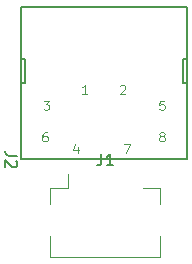
<source format=gto>
%TF.GenerationSoftware,KiCad,Pcbnew,5.1.12-84ad8e8a86~92~ubuntu20.04.1*%
%TF.CreationDate,2021-12-07T00:18:18-06:00*%
%TF.ProjectId,portboard_ffc,706f7274-626f-4617-9264-5f6666632e6b,rev?*%
%TF.SameCoordinates,Original*%
%TF.FileFunction,Legend,Top*%
%TF.FilePolarity,Positive*%
%FSLAX46Y46*%
G04 Gerber Fmt 4.6, Leading zero omitted, Abs format (unit mm)*
G04 Created by KiCad (PCBNEW 5.1.12-84ad8e8a86~92~ubuntu20.04.1) date 2021-12-07 00:18:18*
%MOMM*%
%LPD*%
G01*
G04 APERTURE LIST*
%ADD10C,0.120000*%
%ADD11C,0.127000*%
%ADD12C,0.150000*%
%ADD13C,0.065024*%
G04 APERTURE END LIST*
D10*
%TO.C,J1*%
X63896000Y-45436000D02*
X62406000Y-45436000D01*
X62406000Y-45436000D02*
X62406000Y-46776000D01*
X70216000Y-45436000D02*
X71706000Y-45436000D01*
X71706000Y-45436000D02*
X71706000Y-46776000D01*
X62406000Y-49496000D02*
X62406000Y-51236000D01*
X62406000Y-51236000D02*
X71706000Y-51236000D01*
X71706000Y-51236000D02*
X71706000Y-49496000D01*
X63896000Y-45436000D02*
X63896000Y-44236000D01*
D11*
%TO.C,J2*%
X73929000Y-30053000D02*
X59929000Y-30053000D01*
X59929000Y-30053000D02*
X59929000Y-34503000D01*
X59929000Y-34503000D02*
X59929000Y-42953000D01*
X59929000Y-42953000D02*
X73929000Y-42953000D01*
X73929000Y-42953000D02*
X73929000Y-36503000D01*
X73929000Y-36503000D02*
X73929000Y-34503000D01*
X73929000Y-34503000D02*
X73929000Y-30053000D01*
X73929000Y-34503000D02*
X73629000Y-34503000D01*
X73629000Y-34503000D02*
X73629000Y-36503000D01*
X73629000Y-36503000D02*
X73929000Y-36503000D01*
X59929000Y-34503000D02*
X60229000Y-34503000D01*
X60229000Y-34503000D02*
X60229000Y-36503000D01*
X60229000Y-36503000D02*
X59979000Y-36503000D01*
%TO.C,J1*%
D12*
X66722666Y-42488380D02*
X66722666Y-43202666D01*
X66675047Y-43345523D01*
X66579809Y-43440761D01*
X66436952Y-43488380D01*
X66341714Y-43488380D01*
X67722666Y-43488380D02*
X67151238Y-43488380D01*
X67436952Y-43488380D02*
X67436952Y-42488380D01*
X67341714Y-42631238D01*
X67246476Y-42726476D01*
X67151238Y-42774095D01*
%TO.C,J2*%
X59594619Y-42658309D02*
X58880333Y-42658309D01*
X58737476Y-42610690D01*
X58642238Y-42515452D01*
X58594619Y-42372595D01*
X58594619Y-42277357D01*
X59499380Y-43086880D02*
X59547000Y-43134500D01*
X59594619Y-43229738D01*
X59594619Y-43467833D01*
X59547000Y-43563071D01*
X59499380Y-43610690D01*
X59404142Y-43658309D01*
X59308904Y-43658309D01*
X59166047Y-43610690D01*
X58594619Y-43039261D01*
X58594619Y-43658309D01*
D13*
X64694117Y-41932457D02*
X64694117Y-42447230D01*
X64510269Y-41638300D02*
X64326422Y-42189843D01*
X64804425Y-42189843D01*
X64694117Y-41932457D02*
X64694117Y-42447230D01*
X64510269Y-41638300D02*
X64326422Y-42189843D01*
X64804425Y-42189843D01*
X68595652Y-41675070D02*
X69110425Y-41675070D01*
X68779500Y-42447230D01*
X68595652Y-41675070D02*
X69110425Y-41675070D01*
X68779500Y-42447230D01*
X68298422Y-36717609D02*
X68335191Y-36680840D01*
X68408730Y-36644070D01*
X68592578Y-36644070D01*
X68666117Y-36680840D01*
X68702886Y-36717609D01*
X68739656Y-36791148D01*
X68739656Y-36864687D01*
X68702886Y-36974996D01*
X68261652Y-37416230D01*
X68739656Y-37416230D01*
X72036886Y-38008070D02*
X71669191Y-38008070D01*
X71632422Y-38375765D01*
X71669191Y-38338996D01*
X71742730Y-38302226D01*
X71926578Y-38302226D01*
X72000117Y-38338996D01*
X72036886Y-38375765D01*
X72073656Y-38449304D01*
X72073656Y-38633152D01*
X72036886Y-38706691D01*
X72000117Y-38743460D01*
X71926578Y-38780230D01*
X71742730Y-38780230D01*
X71669191Y-38743460D01*
X71632422Y-38706691D01*
X62094117Y-40675070D02*
X61947039Y-40675070D01*
X61873500Y-40711840D01*
X61836730Y-40748609D01*
X61763191Y-40858918D01*
X61726422Y-41005996D01*
X61726422Y-41300152D01*
X61763191Y-41373691D01*
X61799961Y-41410460D01*
X61873500Y-41447230D01*
X62020578Y-41447230D01*
X62094117Y-41410460D01*
X62130886Y-41373691D01*
X62167656Y-41300152D01*
X62167656Y-41116304D01*
X62130886Y-41042765D01*
X62094117Y-41005996D01*
X62020578Y-40969226D01*
X61873500Y-40969226D01*
X61799961Y-41005996D01*
X61763191Y-41042765D01*
X61726422Y-41116304D01*
X65539656Y-37416230D02*
X65098422Y-37416230D01*
X65319039Y-37416230D02*
X65319039Y-36644070D01*
X65245500Y-36754379D01*
X65171961Y-36827918D01*
X65098422Y-36864687D01*
X61816652Y-38008070D02*
X62294656Y-38008070D01*
X62037269Y-38302226D01*
X62147578Y-38302226D01*
X62221117Y-38338996D01*
X62257886Y-38375765D01*
X62294656Y-38449304D01*
X62294656Y-38633152D01*
X62257886Y-38706691D01*
X62221117Y-38743460D01*
X62147578Y-38780230D01*
X61926961Y-38780230D01*
X61853422Y-38743460D01*
X61816652Y-38706691D01*
X71779500Y-41005996D02*
X71705961Y-40969226D01*
X71669191Y-40932457D01*
X71632422Y-40858918D01*
X71632422Y-40822148D01*
X71669191Y-40748609D01*
X71705961Y-40711840D01*
X71779500Y-40675070D01*
X71926578Y-40675070D01*
X72000117Y-40711840D01*
X72036886Y-40748609D01*
X72073656Y-40822148D01*
X72073656Y-40858918D01*
X72036886Y-40932457D01*
X72000117Y-40969226D01*
X71926578Y-41005996D01*
X71779500Y-41005996D01*
X71705961Y-41042765D01*
X71669191Y-41079535D01*
X71632422Y-41153074D01*
X71632422Y-41300152D01*
X71669191Y-41373691D01*
X71705961Y-41410460D01*
X71779500Y-41447230D01*
X71926578Y-41447230D01*
X72000117Y-41410460D01*
X72036886Y-41373691D01*
X72073656Y-41300152D01*
X72073656Y-41153074D01*
X72036886Y-41079535D01*
X72000117Y-41042765D01*
X71926578Y-41005996D01*
X71779500Y-41005996D02*
X71705961Y-40969226D01*
X71669191Y-40932457D01*
X71632422Y-40858918D01*
X71632422Y-40822148D01*
X71669191Y-40748609D01*
X71705961Y-40711840D01*
X71779500Y-40675070D01*
X71926578Y-40675070D01*
X72000117Y-40711840D01*
X72036886Y-40748609D01*
X72073656Y-40822148D01*
X72073656Y-40858918D01*
X72036886Y-40932457D01*
X72000117Y-40969226D01*
X71926578Y-41005996D01*
X71779500Y-41005996D01*
X71705961Y-41042765D01*
X71669191Y-41079535D01*
X71632422Y-41153074D01*
X71632422Y-41300152D01*
X71669191Y-41373691D01*
X71705961Y-41410460D01*
X71779500Y-41447230D01*
X71926578Y-41447230D01*
X72000117Y-41410460D01*
X72036886Y-41373691D01*
X72073656Y-41300152D01*
X72073656Y-41153074D01*
X72036886Y-41079535D01*
X72000117Y-41042765D01*
X71926578Y-41005996D01*
X62094117Y-40675070D02*
X61947039Y-40675070D01*
X61873500Y-40711840D01*
X61836730Y-40748609D01*
X61763191Y-40858918D01*
X61726422Y-41005996D01*
X61726422Y-41300152D01*
X61763191Y-41373691D01*
X61799961Y-41410460D01*
X61873500Y-41447230D01*
X62020578Y-41447230D01*
X62094117Y-41410460D01*
X62130886Y-41373691D01*
X62167656Y-41300152D01*
X62167656Y-41116304D01*
X62130886Y-41042765D01*
X62094117Y-41005996D01*
X62020578Y-40969226D01*
X61873500Y-40969226D01*
X61799961Y-41005996D01*
X61763191Y-41042765D01*
X61726422Y-41116304D01*
X72036886Y-38008070D02*
X71669191Y-38008070D01*
X71632422Y-38375765D01*
X71669191Y-38338996D01*
X71742730Y-38302226D01*
X71926578Y-38302226D01*
X72000117Y-38338996D01*
X72036886Y-38375765D01*
X72073656Y-38449304D01*
X72073656Y-38633152D01*
X72036886Y-38706691D01*
X72000117Y-38743460D01*
X71926578Y-38780230D01*
X71742730Y-38780230D01*
X71669191Y-38743460D01*
X71632422Y-38706691D01*
X61816652Y-38008070D02*
X62294656Y-38008070D01*
X62037269Y-38302226D01*
X62147578Y-38302226D01*
X62221117Y-38338996D01*
X62257886Y-38375765D01*
X62294656Y-38449304D01*
X62294656Y-38633152D01*
X62257886Y-38706691D01*
X62221117Y-38743460D01*
X62147578Y-38780230D01*
X61926961Y-38780230D01*
X61853422Y-38743460D01*
X61816652Y-38706691D01*
X68298422Y-36717609D02*
X68335191Y-36680840D01*
X68408730Y-36644070D01*
X68592578Y-36644070D01*
X68666117Y-36680840D01*
X68702886Y-36717609D01*
X68739656Y-36791148D01*
X68739656Y-36864687D01*
X68702886Y-36974996D01*
X68261652Y-37416230D01*
X68739656Y-37416230D01*
X65539656Y-37416230D02*
X65098422Y-37416230D01*
X65319039Y-37416230D02*
X65319039Y-36644070D01*
X65245500Y-36754379D01*
X65171961Y-36827918D01*
X65098422Y-36864687D01*
%TD*%
M02*

</source>
